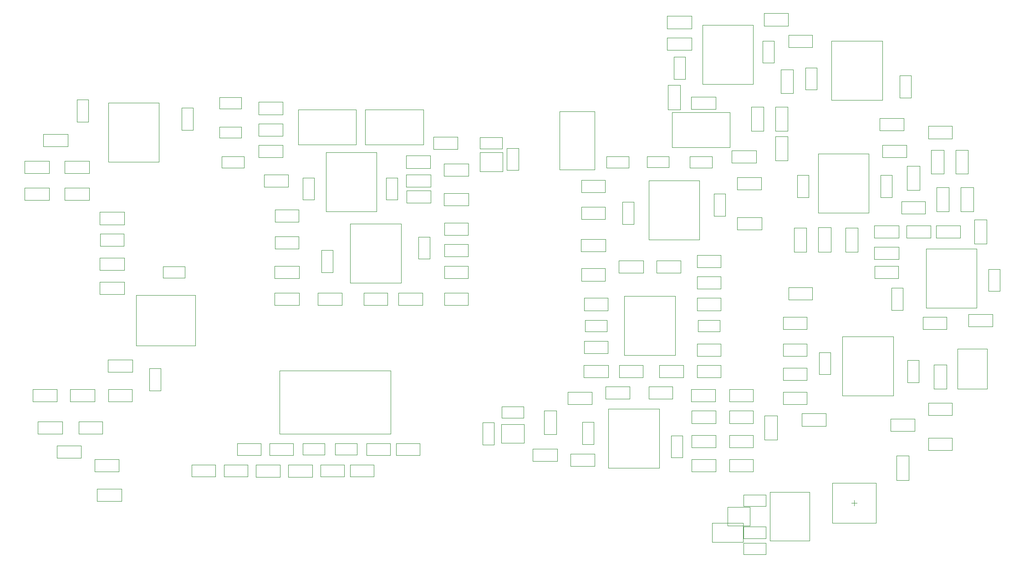
<source format=gbr>
G04*
G04 #@! TF.GenerationSoftware,Altium Limited,Altium Designer,23.9.2 (47)*
G04*
G04 Layer_Color=32768*
%FSLAX44Y44*%
%MOMM*%
G71*
G04*
G04 #@! TF.SameCoordinates,DC7A7723-1311-43B5-9009-1713E082842B*
G04*
G04*
G04 #@! TF.FilePolarity,Positive*
G04*
G01*
G75*
%ADD13C,0.1000*%
%ADD73C,0.0500*%
D13*
X531000Y812500D02*
Y877500D01*
Y812500D02*
X639000D01*
Y877500D01*
X531000D02*
X639000D01*
X870000Y145000D02*
Y155000D01*
X865000Y150000D02*
X875000D01*
X322108Y771000D02*
X387108D01*
Y879000D01*
X322108D02*
X387108D01*
X322108Y771000D02*
Y879000D01*
X69000Y817500D02*
Y882500D01*
X-39000D02*
X69000D01*
X-39000Y817500D02*
Y882500D01*
Y817500D02*
X69000D01*
X-164000D02*
Y882500D01*
Y817500D02*
X-56000D01*
Y882500D01*
X-164000D02*
X-56000D01*
D73*
X-120600Y579400D02*
X-99400D01*
Y620600D01*
X-120600D02*
X-99400D01*
X-120600Y579400D02*
Y620600D01*
X1023500Y737250D02*
X1046500D01*
X1023500Y692750D02*
Y737250D01*
Y692750D02*
X1046500D01*
Y737250D01*
X59400Y645600D02*
X80600D01*
X59400Y604400D02*
Y645600D01*
Y604400D02*
X80600D01*
Y645600D01*
X-172900Y239000D02*
Y261000D01*
X-217100D02*
X-172900D01*
X-217100Y239000D02*
Y261000D01*
Y239000D02*
X-172900D01*
X-440600Y359400D02*
X-419400D01*
Y400600D01*
X-440600D02*
X-419400D01*
X-440600Y359400D02*
Y400600D01*
X-374400Y569400D02*
Y590600D01*
X-415600D02*
X-374400D01*
X-415600Y569400D02*
Y590600D01*
Y569400D02*
X-374400D01*
X-600Y714400D02*
X20600D01*
Y755600D01*
X-600D02*
X20600D01*
X-600Y714400D02*
Y755600D01*
X152250Y648500D02*
Y671500D01*
X107750D02*
X152250D01*
X107750Y648500D02*
Y671500D01*
Y648500D02*
X152250D01*
X663750Y77000D02*
Y113000D01*
X606250D02*
X663750D01*
X606250Y77000D02*
Y113000D01*
Y77000D02*
X663750D01*
X969400Y374400D02*
X990600D01*
Y415600D01*
X969400D02*
X990600D01*
X969400Y374400D02*
Y415600D01*
X567250Y883500D02*
Y906500D01*
Y883500D02*
X612750D01*
Y906500D01*
X567250D02*
X612750D01*
X699400Y969400D02*
X720600D01*
Y1010600D01*
X699400D02*
X720600D01*
X699400Y969400D02*
Y1010600D01*
X534400Y939400D02*
X555600D01*
Y980600D01*
X534400D02*
X555600D01*
X534400Y939400D02*
Y980600D01*
X1062500Y437250D02*
X1117500D01*
X1062500Y362750D02*
Y437250D01*
Y362750D02*
X1117500D01*
Y437250D01*
X764400Y760600D02*
X785600D01*
X764400Y719400D02*
Y760600D01*
Y719400D02*
X785600D01*
Y760600D01*
X529400Y234400D02*
X550600D01*
Y275600D01*
X529400D02*
X550600D01*
X529400Y234400D02*
Y275600D01*
X364400Y259400D02*
X385600D01*
Y300600D01*
X364400D02*
X385600D01*
X364400Y259400D02*
Y300600D01*
X609400Y684400D02*
X630600D01*
Y725600D01*
X609400D02*
X630600D01*
X609400Y684400D02*
Y725600D01*
X957750Y688500D02*
Y711500D01*
Y688500D02*
X1002250D01*
Y711500D01*
X957750D02*
X1002250D01*
X919400Y760600D02*
X940600D01*
X919400Y719400D02*
Y760600D01*
Y719400D02*
X940600D01*
Y760600D01*
X439400Y669400D02*
X460600D01*
Y710600D01*
X439400D02*
X460600D01*
X439400Y669400D02*
Y710600D01*
X620600Y469400D02*
Y490600D01*
X579400D02*
X620600D01*
X579400Y469400D02*
Y490600D01*
Y469400D02*
X620600D01*
X577750Y588500D02*
Y611500D01*
Y588500D02*
X622250D01*
Y611500D01*
X577750D02*
X622250D01*
X612250Y298500D02*
Y321500D01*
X567750D02*
X612250D01*
X567750Y298500D02*
Y321500D01*
Y298500D02*
X612250D01*
X829000Y187300D02*
X911000D01*
Y112700D02*
Y187300D01*
X829000Y112700D02*
X911000D01*
X829000D02*
Y187300D01*
X1042250Y473500D02*
Y496500D01*
X997750D02*
X1042250D01*
X997750Y473500D02*
Y496500D01*
Y473500D02*
X1042250D01*
X907250Y603500D02*
Y626500D01*
Y603500D02*
X952750D01*
Y626500D01*
X907250D02*
X952750D01*
X1012250Y643500D02*
Y666500D01*
X967750D02*
X1012250D01*
X967750Y643500D02*
Y666500D01*
Y643500D02*
X1012250D01*
X1022750D02*
Y666500D01*
Y643500D02*
X1067250D01*
Y666500D01*
X1022750D02*
X1067250D01*
X1127250Y478500D02*
Y501500D01*
X1082750D02*
X1127250D01*
X1082750Y478500D02*
Y501500D01*
Y478500D02*
X1127250D01*
X1093500Y632750D02*
X1116500D01*
Y677250D01*
X1093500D02*
X1116500D01*
X1093500Y632750D02*
Y677250D01*
X1007750Y313500D02*
Y336500D01*
Y313500D02*
X1052250D01*
Y336500D01*
X1007750D02*
X1052250D01*
X1018500Y407250D02*
X1041500D01*
X1018500Y362750D02*
Y407250D01*
Y362750D02*
X1041500D01*
Y407250D01*
X937750Y283500D02*
Y306500D01*
Y283500D02*
X982250D01*
Y306500D01*
X937750D02*
X982250D01*
X507250Y215000D02*
Y325000D01*
X412750D02*
X507250D01*
X412750Y215000D02*
Y325000D01*
Y215000D02*
X507250D01*
X637750Y253500D02*
Y276500D01*
Y253500D02*
X682250D01*
Y276500D01*
X637750D02*
X682250D01*
X407750Y343500D02*
Y366500D01*
Y343500D02*
X452250D01*
Y366500D01*
X407750D02*
X452250D01*
X337750Y333500D02*
Y356500D01*
Y333500D02*
X382250D01*
Y356500D01*
X337750D02*
X382250D01*
X532250Y343500D02*
Y366500D01*
X487750D02*
X532250D01*
X487750Y343500D02*
Y366500D01*
Y343500D02*
X532250D01*
X387250Y218500D02*
Y241500D01*
X342750D02*
X387250D01*
X342750Y218500D02*
Y241500D01*
Y218500D02*
X387250D01*
X612250Y208500D02*
Y231500D01*
X567750D02*
X612250D01*
X567750Y208500D02*
Y231500D01*
Y208500D02*
X612250D01*
X703500Y312250D02*
X726500D01*
X703500Y267750D02*
Y312250D01*
Y267750D02*
X726500D01*
Y312250D01*
X567750Y253500D02*
Y276500D01*
Y253500D02*
X612250D01*
Y276500D01*
X567750D02*
X612250D01*
X637750Y208500D02*
Y231500D01*
Y208500D02*
X682250D01*
Y231500D01*
X637750D02*
X682250D01*
X567250Y338500D02*
Y361500D01*
Y338500D02*
X611750D01*
Y361500D01*
X567250D02*
X611750D01*
X409400Y774400D02*
Y795600D01*
Y774400D02*
X450600D01*
Y795600D01*
X409400D02*
X450600D01*
X224400Y769400D02*
Y810600D01*
X245600D01*
Y769400D02*
Y810600D01*
X224400Y769400D02*
X245600D01*
X216250Y767500D02*
Y802500D01*
X173750D02*
X216250D01*
X173750Y767500D02*
Y802500D01*
Y767500D02*
X216250D01*
X362750Y728500D02*
Y751500D01*
Y728500D02*
X407250D01*
Y751500D01*
X362750D02*
X407250D01*
X502750Y578500D02*
Y601500D01*
Y578500D02*
X547250D01*
Y601500D01*
X502750D02*
X547250D01*
X477750Y578500D02*
Y601500D01*
X432250D02*
X477750D01*
X432250Y578500D02*
Y601500D01*
Y578500D02*
X477750D01*
X487750Y640000D02*
Y750000D01*
Y640000D02*
X582250D01*
Y750000D01*
X487750D02*
X582250D01*
X652250Y658500D02*
Y681500D01*
Y658500D02*
X697750D01*
Y681500D01*
X652250D02*
X697750D01*
X642250Y783500D02*
Y806500D01*
Y783500D02*
X687750D01*
Y806500D01*
X642250D02*
X687750D01*
X652750Y733500D02*
Y756500D01*
Y733500D02*
X697250D01*
Y756500D01*
X652750D02*
X697250D01*
X484600Y774600D02*
Y795400D01*
Y774600D02*
X525400D01*
Y795400D01*
X484600D02*
X525400D01*
X564350Y774400D02*
Y795600D01*
Y774400D02*
X605650D01*
Y795600D01*
X564350D02*
X605650D01*
X174400Y809400D02*
Y830600D01*
Y809400D02*
X215600D01*
Y830600D01*
X174400D02*
X215600D01*
X362750Y563500D02*
Y586500D01*
Y563500D02*
X407250D01*
Y586500D01*
X362750D02*
X407250D01*
Y678500D02*
Y701500D01*
X362750D02*
X407250D01*
X362750Y678500D02*
Y701500D01*
Y678500D02*
X407250D01*
X362250Y618500D02*
Y641500D01*
Y618500D02*
X407750D01*
Y641500D01*
X362250D02*
X407750D01*
X432750Y383500D02*
Y406500D01*
Y383500D02*
X477250D01*
Y406500D01*
X432750D02*
X477250D01*
X367250Y383500D02*
Y406500D01*
Y383500D02*
X412750D01*
Y406500D01*
X367250D02*
X412750D01*
X442750Y425000D02*
Y535000D01*
Y425000D02*
X537250D01*
Y535000D01*
X442750D02*
X537250D01*
X577750Y423500D02*
Y446500D01*
Y423500D02*
X622250D01*
Y446500D01*
X577750D02*
X622250D01*
Y548500D02*
Y571500D01*
X577750D02*
X622250D01*
X577750Y548500D02*
Y571500D01*
Y548500D02*
X622250D01*
Y508500D02*
Y531500D01*
X577750D02*
X622250D01*
X577750Y508500D02*
Y531500D01*
Y508500D02*
X622250D01*
Y383500D02*
Y406500D01*
X577750D02*
X622250D01*
X577750Y383500D02*
Y406500D01*
Y383500D02*
X622250D01*
X367750Y428500D02*
Y451500D01*
Y428500D02*
X412250D01*
Y451500D01*
X367750D02*
X412250D01*
X367750Y508500D02*
Y531500D01*
Y508500D02*
X412250D01*
Y531500D01*
X367750D02*
X412250D01*
X552750Y383500D02*
Y406500D01*
X507250D02*
X552750D01*
X507250Y383500D02*
Y406500D01*
Y383500D02*
X552750D01*
X214400Y308647D02*
Y329847D01*
Y308647D02*
X255600D01*
Y329847D01*
X214400D02*
X255600D01*
X179400Y299847D02*
X200600D01*
X179400Y258647D02*
Y299847D01*
Y258647D02*
X200600D01*
Y299847D01*
X213750Y261747D02*
Y296747D01*
Y261747D02*
X256250D01*
Y296747D01*
X213750D02*
X256250D01*
X293500Y277750D02*
X316500D01*
Y322250D01*
X293500D02*
X316500D01*
X293500Y277750D02*
Y322250D01*
X317750Y227747D02*
Y250747D01*
X272250D02*
X317750D01*
X272250Y227747D02*
Y250747D01*
Y227747D02*
X317750D01*
X1068500Y692750D02*
X1091500D01*
Y737250D01*
X1068500D02*
X1091500D01*
X1068500Y692750D02*
Y737250D01*
X-77900Y199000D02*
Y221000D01*
X-122100D02*
X-77900D01*
X-122100Y199000D02*
Y221000D01*
Y199000D02*
X-77900D01*
X-22900D02*
Y221000D01*
X-67100D02*
X-22900D01*
X-67100Y199000D02*
Y221000D01*
Y199000D02*
X-22900D01*
X17900Y239000D02*
Y261000D01*
Y239000D02*
X62100D01*
Y261000D01*
X17900D02*
X62100D01*
X-37100Y239000D02*
Y261000D01*
Y239000D02*
X7100D01*
Y261000D01*
X-37100D02*
X7100D01*
X-137250Y198500D02*
Y221500D01*
X-182750D02*
X-137250D01*
X-182750Y198500D02*
Y221500D01*
Y198500D02*
X-137250D01*
X-197250D02*
Y221500D01*
X-242750D02*
X-197250D01*
X-242750Y198500D02*
Y221500D01*
Y198500D02*
X-197250D01*
X-317900Y199000D02*
Y221000D01*
X-362100D02*
X-317900D01*
X-362100Y199000D02*
Y221000D01*
Y199000D02*
X-317900D01*
X-114400Y239400D02*
Y260600D01*
X-155600D02*
X-114400D01*
X-155600Y239400D02*
Y260600D01*
Y239400D02*
X-114400D01*
X-198500Y278720D02*
Y396000D01*
Y278720D02*
X8500D01*
Y396000D01*
X-198500D02*
X8500D01*
X-277100Y261000D02*
X-232900D01*
Y239000D02*
Y261000D01*
X-277100Y239000D02*
X-232900D01*
X-277100D02*
Y261000D01*
X-302100Y221000D02*
X-257900D01*
Y199000D02*
Y221000D01*
X-302100Y199000D02*
X-257900D01*
X-302100D02*
Y221000D01*
X737750Y378500D02*
X782250D01*
X737750D02*
Y401500D01*
X782250D01*
Y378500D02*
Y401500D01*
X1007750Y271500D02*
X1052250D01*
Y248500D02*
Y271500D01*
X1007750Y248500D02*
X1052250D01*
X1007750D02*
Y271500D01*
X971500Y192250D02*
Y237750D01*
X948500Y192250D02*
X971500D01*
X948500D02*
Y237750D01*
X971500D01*
X772250Y293500D02*
X817750D01*
X772250D02*
Y316500D01*
X817750D01*
Y293500D02*
Y316500D01*
X737750Y333500D02*
X782250D01*
X737750D02*
Y356500D01*
X782250D01*
Y333500D02*
Y356500D01*
X737750Y423500D02*
X782250D01*
X737750D02*
Y446500D01*
X782250D01*
Y423500D02*
Y446500D01*
X713000Y79750D02*
Y170250D01*
X787000D01*
Y79750D02*
Y170250D01*
X713000Y79750D02*
X787000D01*
X664400Y144400D02*
X705600D01*
X664400D02*
Y165600D01*
X705600D01*
Y144400D02*
Y165600D01*
X664350Y105600D02*
X705650D01*
Y84400D02*
Y105600D01*
X664350Y84400D02*
X705650D01*
X664350D02*
Y105600D01*
X634250Y142500D02*
X675750D01*
Y107500D02*
Y142500D01*
X634250Y107500D02*
X675750D01*
X634250D02*
Y142500D01*
X664350Y75600D02*
X705650D01*
Y54400D02*
Y75600D01*
X664350Y54400D02*
X705650D01*
X664350D02*
Y75600D01*
X907750Y591500D02*
X952250D01*
Y568500D02*
Y591500D01*
X907750Y568500D02*
X952250D01*
X907750D02*
Y591500D01*
X907250Y666500D02*
X952750D01*
Y643500D02*
Y666500D01*
X907250Y643500D02*
X952750D01*
X907250D02*
Y666500D01*
X1036500Y762750D02*
Y807250D01*
X1013500Y762750D02*
X1036500D01*
X1013500D02*
Y807250D01*
X1036500D01*
X1081500Y762750D02*
Y807250D01*
X1058500Y762750D02*
X1081500D01*
X1058500D02*
Y807250D01*
X1081500D01*
X991500Y732750D02*
Y777250D01*
X968500Y732750D02*
X991500D01*
X968500D02*
Y777250D01*
X991500D01*
X802750Y800000D02*
X897250D01*
Y690000D02*
Y800000D01*
X802750Y690000D02*
X897250D01*
X802750D02*
Y800000D01*
X746500Y787750D02*
Y832250D01*
X723500Y787750D02*
X746500D01*
X723500D02*
Y832250D01*
X746500D01*
X701500Y842750D02*
Y887250D01*
X678500Y842750D02*
X701500D01*
X678500D02*
Y887250D01*
X701500D01*
X781500Y617750D02*
Y662250D01*
X758500Y617750D02*
X781500D01*
X758500D02*
Y662250D01*
X781500D01*
X803500Y617250D02*
Y662750D01*
X826500D01*
Y617250D02*
Y662750D01*
X803500Y617250D02*
X826500D01*
X746500Y842750D02*
Y887250D01*
X723500Y842750D02*
X746500D01*
X723500D02*
Y887250D01*
X746500D01*
X1003370Y623100D02*
X1097870D01*
Y513100D02*
Y623100D01*
X1003370Y513100D02*
X1097870D01*
X1003370D02*
Y623100D01*
X922750Y793500D02*
X967250D01*
X922750D02*
Y816500D01*
X967250D01*
Y793500D02*
Y816500D01*
X1007750Y828500D02*
X1052250D01*
X1007750D02*
Y851500D01*
X1052250D01*
Y828500D02*
Y851500D01*
X917750Y843500D02*
X962250D01*
X917750D02*
Y866500D01*
X962250D01*
Y843500D02*
Y866500D01*
X827750Y1010000D02*
X922250D01*
Y900000D02*
Y1010000D01*
X827750Y900000D02*
X922250D01*
X827750D02*
Y1010000D01*
X702750Y1038500D02*
X747250D01*
X702750D02*
Y1061500D01*
X747250D01*
Y1038500D02*
Y1061500D01*
X733500Y912750D02*
Y957250D01*
X756500D01*
Y912750D02*
Y957250D01*
X733500Y912750D02*
X756500D01*
X522250Y1033500D02*
X567750D01*
X522250D02*
Y1056500D01*
X567750D01*
Y1033500D02*
Y1056500D01*
X747750Y1021500D02*
X792250D01*
Y998500D02*
Y1021500D01*
X747750Y998500D02*
X792250D01*
X747750D02*
Y1021500D01*
X523500Y882250D02*
Y927750D01*
X546500D01*
Y882250D02*
Y927750D01*
X523500Y882250D02*
X546500D01*
X522250Y993500D02*
X567750D01*
X522250D02*
Y1016500D01*
X567750D01*
Y993500D02*
Y1016500D01*
X587750Y1040000D02*
X682250D01*
Y930000D02*
Y1040000D01*
X587750Y930000D02*
X682250D01*
X587750D02*
Y1040000D01*
X747750Y551500D02*
X792250D01*
Y528500D02*
Y551500D01*
X747750Y528500D02*
X792250D01*
X747750D02*
Y551500D01*
X737750Y473500D02*
X782250D01*
X737750D02*
Y496500D01*
X782250D01*
Y473500D02*
Y496500D01*
X22750Y541500D02*
X67250D01*
Y518500D02*
Y541500D01*
X22750Y518500D02*
X67250D01*
X22750D02*
Y541500D01*
X-42250Y518500D02*
X2250D01*
X-42250D02*
Y541500D01*
X2250D01*
Y518500D02*
Y541500D01*
X-207250Y646500D02*
X-162750D01*
Y623500D02*
Y646500D01*
X-207250Y623500D02*
X-162750D01*
X-207250D02*
Y646500D01*
X-127250Y541500D02*
X-82750D01*
Y518500D02*
Y541500D01*
X-127250Y518500D02*
X-82750D01*
X-127250D02*
Y541500D01*
X-207750Y591500D02*
X-162250D01*
Y568500D02*
Y591500D01*
X-207750Y568500D02*
X-162250D01*
X-207750D02*
Y591500D01*
X-207250Y673500D02*
X-162750D01*
X-207250D02*
Y696500D01*
X-162750D01*
Y673500D02*
Y696500D01*
X107750Y631500D02*
X152250D01*
Y608500D02*
Y631500D01*
X107750Y608500D02*
X152250D01*
X107750D02*
Y631500D01*
Y541500D02*
X152250D01*
Y518500D02*
Y541500D01*
X107750Y518500D02*
X152250D01*
X107750D02*
Y541500D01*
Y591500D02*
X152250D01*
Y568500D02*
Y591500D01*
X107750Y568500D02*
X152250D01*
X107750D02*
Y591500D01*
X-112250Y802707D02*
X-17750D01*
Y692708D02*
Y802707D01*
X-112250Y692708D02*
X-17750D01*
X-112250D02*
Y802707D01*
X-67250Y670000D02*
X27250D01*
Y560000D02*
Y670000D01*
X-67250Y560000D02*
X27250D01*
X-67250D02*
Y670000D01*
X37250Y796500D02*
X81750D01*
Y773500D02*
Y796500D01*
X37250Y773500D02*
X81750D01*
X37250D02*
Y796500D01*
X107250Y781500D02*
X152750D01*
Y758500D02*
Y781500D01*
X107250Y758500D02*
X152750D01*
X107250D02*
Y781500D01*
Y726500D02*
X152750D01*
Y703500D02*
Y726500D01*
X107250Y703500D02*
X152750D01*
X107250D02*
Y726500D01*
X37250Y761500D02*
X82750D01*
Y738500D02*
Y761500D01*
X37250Y738500D02*
X82750D01*
X37250D02*
Y761500D01*
X-305650Y795600D02*
X-264350D01*
Y774400D02*
Y795600D01*
X-305650Y774400D02*
X-264350D01*
X-305650D02*
Y795600D01*
X37750Y708500D02*
X82250D01*
X37750D02*
Y731500D01*
X82250D01*
Y708500D02*
Y731500D01*
X-227250Y761500D02*
X-182750D01*
Y738500D02*
Y761500D01*
X-227250Y738500D02*
X-182750D01*
X-227250D02*
Y761500D01*
X-237250Y896500D02*
X-192750D01*
Y873500D02*
Y896500D01*
X-237250Y873500D02*
X-192750D01*
X-237250D02*
Y896500D01*
X-237750Y816500D02*
X-192250D01*
Y793500D02*
Y816500D01*
X-237750Y793500D02*
X-192250D01*
X-237750D02*
Y816500D01*
X-310400Y850400D02*
X-269600D01*
Y829600D02*
Y850400D01*
X-310400Y829600D02*
X-269600D01*
X-310400D02*
Y850400D01*
X-310600Y905600D02*
X-269400D01*
Y884400D02*
Y905600D01*
X-310600Y884400D02*
X-269400D01*
X-310600D02*
Y905600D01*
X-237250Y856500D02*
X-192750D01*
Y833500D02*
Y856500D01*
X-237250Y833500D02*
X-192750D01*
X-237250D02*
Y856500D01*
X-647750Y301500D02*
X-602250D01*
Y278500D02*
Y301500D01*
X-647750Y278500D02*
X-602250D01*
X-647750D02*
Y301500D01*
X-465000Y442750D02*
Y537250D01*
X-355000D01*
Y442750D02*
Y537250D01*
X-465000Y442750D02*
X-355000D01*
X-537750Y176500D02*
X-492250D01*
Y153500D02*
Y176500D01*
X-537750Y153500D02*
X-492250D01*
X-537750D02*
Y176500D01*
X-542250Y231500D02*
X-497750D01*
Y208500D02*
Y231500D01*
X-542250Y208500D02*
X-497750D01*
X-542250D02*
Y231500D01*
X-612250Y233500D02*
X-567750D01*
X-612250D02*
Y256500D01*
X-567750D01*
Y233500D02*
Y256500D01*
X-572250Y301500D02*
X-527750D01*
Y278500D02*
Y301500D01*
X-572250Y278500D02*
X-527750D01*
X-572250D02*
Y301500D01*
X-517250Y338500D02*
X-472750D01*
X-517250D02*
Y361500D01*
X-472750D01*
Y338500D02*
Y361500D01*
X-587750D02*
X-542250D01*
Y338500D02*
Y361500D01*
X-587750Y338500D02*
X-542250D01*
X-587750D02*
Y361500D01*
X-657750Y338500D02*
X-612250D01*
X-657750D02*
Y361500D01*
X-612250D01*
Y338500D02*
Y361500D01*
X-517750Y416500D02*
X-472250D01*
Y393500D02*
Y416500D01*
X-517750Y393500D02*
X-472250D01*
X-517750D02*
Y416500D01*
X-532750Y561500D02*
X-487250D01*
Y538500D02*
Y561500D01*
X-532750Y538500D02*
X-487250D01*
X-532750D02*
Y561500D01*
X-532750Y606500D02*
X-487250D01*
Y583500D02*
Y606500D01*
X-532750Y583500D02*
X-487250D01*
X-532750D02*
Y606500D01*
X-637750Y813500D02*
X-592250D01*
X-637750D02*
Y836500D01*
X-592250D01*
Y813500D02*
Y836500D01*
X-672750Y736500D02*
X-627250D01*
Y713500D02*
Y736500D01*
X-672750Y713500D02*
X-627250D01*
X-672750D02*
Y736500D01*
X-597750Y786500D02*
X-552250D01*
Y763500D02*
Y786500D01*
X-597750Y763500D02*
X-552250D01*
X-597750D02*
Y786500D01*
X-672750D02*
X-627250D01*
Y763500D02*
Y786500D01*
X-672750Y763500D02*
X-627250D01*
X-672750D02*
Y786500D01*
X-597750Y736500D02*
X-552250D01*
Y713500D02*
Y736500D01*
X-597750Y713500D02*
X-552250D01*
X-597750D02*
Y736500D01*
X-517250Y785000D02*
X-422750D01*
X-517250D02*
Y895000D01*
X-422750D01*
Y785000D02*
Y895000D01*
X-532750Y691500D02*
X-487250D01*
Y668500D02*
Y691500D01*
X-532750Y668500D02*
X-487250D01*
X-532750D02*
Y691500D01*
X-532250Y651500D02*
X-487750D01*
Y628500D02*
Y651500D01*
X-532250Y628500D02*
X-487750D01*
X-532250D02*
Y651500D01*
X-155600Y714400D02*
Y755600D01*
X-134400D01*
Y714400D02*
Y755600D01*
X-155600Y714400D02*
X-134400D01*
X87750Y831500D02*
X132250D01*
Y808500D02*
Y831500D01*
X87750Y808500D02*
X132250D01*
X87750D02*
Y831500D01*
X369400Y490600D02*
X410600D01*
Y469400D02*
Y490600D01*
X369400Y469400D02*
X410600D01*
X369400D02*
Y490600D01*
X-95600Y260600D02*
X-54400D01*
Y239400D02*
Y260600D01*
X-95600Y239400D02*
X-54400D01*
X-95600D02*
Y260600D01*
X-207750Y518500D02*
X-162250D01*
X-207750D02*
Y541500D01*
X-162250D01*
Y518500D02*
Y541500D01*
X-575600Y859400D02*
Y900600D01*
X-554400D01*
Y859400D02*
Y900600D01*
X-575600Y859400D02*
X-554400D01*
X-359400Y844400D02*
Y885600D01*
X-380600Y844400D02*
X-359400D01*
X-380600D02*
Y885600D01*
X-359400D01*
X637750Y321500D02*
X682250D01*
Y298500D02*
Y321500D01*
X637750Y298500D02*
X682250D01*
X637750D02*
Y321500D01*
Y338500D02*
X682250D01*
X637750D02*
Y361500D01*
X682250D01*
Y338500D02*
Y361500D01*
X1119400Y544400D02*
Y585600D01*
X1140600D01*
Y544400D02*
Y585600D01*
X1119400Y544400D02*
X1140600D01*
X939400Y509400D02*
Y550600D01*
X960600D01*
Y509400D02*
Y550600D01*
X939400Y509400D02*
X960600D01*
X954400Y904400D02*
Y945600D01*
X975600D01*
Y904400D02*
Y945600D01*
X954400Y904400D02*
X975600D01*
X779400Y919400D02*
Y960600D01*
X800600D01*
Y919400D02*
Y960600D01*
X779400Y919400D02*
X800600D01*
X853500Y617750D02*
Y662250D01*
X876500D01*
Y617750D02*
Y662250D01*
X853500Y617750D02*
X876500D01*
X848370Y460000D02*
X942870D01*
Y350000D02*
Y460000D01*
X848370Y350000D02*
X942870D01*
X848370D02*
Y460000D01*
X804400Y389400D02*
Y430600D01*
X825600D01*
Y389400D02*
Y430600D01*
X804400Y389400D02*
X825600D01*
M02*

</source>
